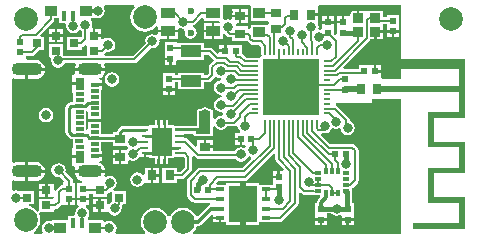
<source format=gtl>
G04 Layer_Physical_Order=1*
G04 Layer_Color=255*
%FSLAX44Y44*%
%MOMM*%
G71*
G01*
G75*
%ADD10R,0.6000X0.6000*%
%ADD11R,0.8000X0.7000*%
%ADD12R,4.7000X4.7000*%
%ADD13O,0.2000X0.6500*%
%ADD14O,0.6500X0.2000*%
%ADD15R,0.8000X0.3000*%
%ADD16R,2.4000X3.1000*%
%ADD17R,0.9906X0.8890*%
%ADD18R,0.4064X0.8128*%
%ADD19R,1.2500X0.9000*%
%ADD20R,0.6000X0.6000*%
%ADD21R,1.0000X0.9000*%
%ADD22R,0.9500X0.8500*%
%ADD23R,1.8000X1.0000*%
%ADD24R,0.8040X0.8112*%
%ADD25R,0.8112X0.8040*%
%ADD26R,0.9000X0.8000*%
%ADD27R,0.8000X0.9000*%
%ADD28R,0.2500X0.5000*%
%ADD29R,1.6510X2.3876*%
%ADD30R,0.6100X0.2500*%
%ADD31R,1.6000X0.8470*%
%ADD32C,0.4001*%
%ADD33R,0.6995X0.3002*%
%ADD34R,0.7003X0.3002*%
%ADD35R,0.7000X0.3002*%
%ADD36R,0.6998X0.3002*%
%ADD37R,0.7000X1.0000*%
%ADD38R,0.7000X0.3000*%
%ADD39R,0.7000X0.2997*%
%ADD40R,0.7000X0.3005*%
%ADD41R,0.3000X0.6000*%
%ADD42R,0.6000X0.3000*%
%ADD43C,0.2000*%
%ADD44C,0.2500*%
%ADD45C,0.4000*%
%ADD46C,0.3000*%
%ADD47C,0.1800*%
%ADD48C,0.5080*%
%ADD49C,2.0000*%
%ADD50C,0.6000*%
%ADD51O,2.5989X1.1000*%
%ADD52O,2.1000X1.1000*%
%ADD53O,2.0989X1.1000*%
%ADD54C,0.8000*%
G36*
X332750Y3309D02*
X157325D01*
X156953Y4404D01*
X156860Y5009D01*
X158732Y7448D01*
X159761Y9931D01*
X160500D01*
X161866Y10203D01*
X163023Y10977D01*
X171974Y19927D01*
X173674Y19223D01*
Y17866D01*
X179674D01*
Y16866D01*
X180674D01*
Y13366D01*
X184827D01*
Y11558D01*
X196327D01*
Y29058D01*
Y46558D01*
X184827D01*
Y44750D01*
X176952D01*
X176301Y46321D01*
X178422Y48441D01*
X200306D01*
X200306Y48441D01*
X201477Y48674D01*
X202469Y49337D01*
X224847Y71715D01*
X226417Y71064D01*
Y66830D01*
X226417Y66830D01*
X226650Y65659D01*
X227313Y64667D01*
X233280Y58700D01*
X232576Y57000D01*
X230000D01*
Y52000D01*
X229000D01*
Y51000D01*
X224000D01*
Y46441D01*
X223979Y44750D01*
X212826D01*
Y46558D01*
X201327D01*
Y29058D01*
Y11558D01*
X212826D01*
Y13366D01*
X223979D01*
Y13807D01*
X230039D01*
X230039Y13807D01*
X231209Y14040D01*
X232202Y14703D01*
X245221Y27722D01*
X245884Y28715D01*
X246117Y29885D01*
X246117Y29885D01*
Y37836D01*
X247688Y38487D01*
X248337Y37837D01*
X248337Y37837D01*
X249329Y37174D01*
X250500Y36941D01*
X257439D01*
Y36500D01*
X263799D01*
X264503Y34800D01*
X262227Y32523D01*
X261453Y31366D01*
X261181Y30000D01*
Y29747D01*
X259750D01*
Y19747D01*
Y16748D01*
X264750D01*
X269750D01*
Y20922D01*
X273759D01*
X273924Y20674D01*
X275909Y19348D01*
X278250Y18882D01*
X280591Y19348D01*
X280800Y19488D01*
X282500Y18579D01*
Y16748D01*
X287500D01*
X292500D01*
Y19748D01*
Y29748D01*
X290859D01*
Y36500D01*
X291061D01*
Y42268D01*
X291913Y42837D01*
X295913Y46837D01*
X295913Y46837D01*
X296576Y47829D01*
X296809Y49000D01*
X296809Y49000D01*
Y74314D01*
X296576Y75484D01*
X295913Y76477D01*
X295913Y76477D01*
X293726Y78663D01*
X292734Y79326D01*
X291563Y79559D01*
X291563Y79559D01*
X272867D01*
X265056Y87371D01*
X265706Y88941D01*
X266731D01*
X268283Y88632D01*
X270624Y89098D01*
X272608Y90424D01*
X273696Y92053D01*
X275191Y93098D01*
X277533Y92633D01*
X279874Y93098D01*
X281655Y92244D01*
X281913Y90943D01*
X283239Y88958D01*
X285224Y87632D01*
X287565Y87166D01*
X289906Y87632D01*
X291891Y88958D01*
X293217Y90943D01*
X293683Y93284D01*
X293217Y95625D01*
X291891Y97610D01*
X289906Y98936D01*
X289476Y99021D01*
Y99765D01*
X289243Y100936D01*
X288580Y101928D01*
X288580Y101928D01*
X278595Y111913D01*
X277603Y112576D01*
X277850Y114260D01*
X308000D01*
Y117925D01*
X332750D01*
Y3309D01*
D02*
G37*
G36*
X205489Y196750D02*
Y183750D01*
X219408D01*
X219636Y183688D01*
X220936Y183138D01*
Y181362D01*
X219489Y180750D01*
Y180750D01*
X205489D01*
Y178156D01*
X203820Y177164D01*
X202988Y177651D01*
X202986Y177913D01*
Y179250D01*
X193258D01*
X192662Y180905D01*
X193586Y182250D01*
X195486D01*
Y187250D01*
X189986D01*
Y185854D01*
X188286Y184812D01*
X186560Y185156D01*
X184219Y184690D01*
X183700Y184343D01*
X182000Y185252D01*
Y197000D01*
X183621Y197191D01*
X203972D01*
X205489Y196750D01*
D02*
G37*
G36*
X332750Y134857D02*
X316490D01*
X315750Y136250D01*
Y140250D01*
X310750D01*
Y141250D01*
X309750D01*
Y146250D01*
X296750D01*
Y143216D01*
X284306D01*
X283655Y144787D01*
X305938Y167069D01*
X306579Y168029D01*
X306623Y168250D01*
X309998D01*
Y174500D01*
X310998D01*
Y175500D01*
X317747D01*
Y180941D01*
X321000D01*
Y176000D01*
X326000D01*
X331000D01*
Y179000D01*
Y189000D01*
X321000D01*
Y187059D01*
X317747D01*
Y192250D01*
X304947D01*
X304247Y192250D01*
Y192250D01*
X303247D01*
Y192250D01*
X297497D01*
Y186000D01*
X295497D01*
Y192250D01*
X289748D01*
Y189093D01*
X288500Y188000D01*
X284500D01*
Y183000D01*
X283500D01*
Y182000D01*
X278500D01*
Y178000D01*
Y172772D01*
X277041Y172149D01*
X275750Y173197D01*
Y178750D01*
X275750D01*
Y181750D01*
X265750D01*
Y177961D01*
X265574Y177628D01*
X264109Y176608D01*
X262764Y178230D01*
X262868Y178750D01*
X262410Y181050D01*
X262268Y181859D01*
X262745Y182750D01*
X262745D01*
Y188250D01*
X256744D01*
Y190250D01*
X262745D01*
Y195750D01*
X262745D01*
X263369Y197191D01*
X332750D01*
Y134857D01*
D02*
G37*
G36*
X171250Y88250D02*
X159000D01*
Y90250D01*
Y90500D01*
X141000D01*
Y93000D01*
X162000D01*
Y107500D01*
X171250D01*
Y88250D01*
D02*
G37*
G36*
X192964Y94916D02*
X194617Y94074D01*
X194848Y92909D01*
X196174Y90924D01*
X196514Y90697D01*
X195998Y88997D01*
X192000D01*
Y84997D01*
X197000D01*
Y83997D01*
X198000D01*
Y78997D01*
X200185D01*
X201271Y77355D01*
X199591Y76652D01*
X197250Y77118D01*
X194909Y76652D01*
X192924Y75326D01*
X191744Y73559D01*
X173250D01*
Y76500D01*
X166750D01*
Y77500D01*
X165750D01*
Y83500D01*
X160250D01*
Y77804D01*
X158680Y77154D01*
X151969Y83864D01*
X150977Y84527D01*
X149806Y84760D01*
X149292Y85701D01*
X144000D01*
Y87701D01*
X149050D01*
Y88461D01*
X156961D01*
Y88250D01*
X157116Y87470D01*
X157558Y86808D01*
X158220Y86366D01*
X159000Y86211D01*
X171250D01*
X172030Y86366D01*
X172231Y86500D01*
X173250D01*
Y88054D01*
X173289Y88250D01*
Y94058D01*
X174989Y94573D01*
X175734Y93458D01*
X177719Y92132D01*
X180060Y91666D01*
X182401Y92132D01*
X184386Y93458D01*
X185232Y94725D01*
X191709D01*
X191710Y94725D01*
X192717Y94926D01*
X192964Y94916D01*
D02*
G37*
G36*
X387218Y101797D02*
X360972D01*
Y81477D01*
X387218D01*
Y55231D01*
X360972D01*
Y34911D01*
X387218D01*
Y7817D01*
X343192D01*
Y12897D01*
X382138D01*
Y29831D01*
X355892D01*
Y59465D01*
X382138D01*
Y77245D01*
X355892D01*
Y106877D01*
X382138D01*
Y123811D01*
X319484D01*
Y128891D01*
X382138D01*
Y143285D01*
X335120D01*
Y151751D01*
X387218D01*
Y101797D01*
D02*
G37*
G36*
X107015Y196096D02*
X107108Y195491D01*
X105236Y193052D01*
X104027Y190133D01*
X103615Y187000D01*
X104027Y183867D01*
X105236Y180948D01*
X107160Y178442D01*
X109666Y176518D01*
X112585Y175309D01*
X115718Y174896D01*
X118851Y175309D01*
X121770Y176518D01*
X124277Y178442D01*
X125300Y179775D01*
X127000Y179198D01*
Y176500D01*
X143500D01*
Y177330D01*
X145200Y178239D01*
X146159Y177598D01*
X148500Y177132D01*
X148540Y177141D01*
X149084Y176623D01*
X149729Y175644D01*
X149402Y174000D01*
X149790Y172049D01*
X150895Y170395D01*
X152549Y169290D01*
X154500Y168902D01*
X156451Y169290D01*
X158105Y170395D01*
X159210Y172049D01*
X159598Y174000D01*
X159210Y175951D01*
X158105Y177605D01*
X156686Y178553D01*
X156746Y179671D01*
X156932Y180277D01*
X157670Y180424D01*
X158663Y181087D01*
X163800Y186224D01*
X165500Y185520D01*
Y184000D01*
X178973D01*
X179936Y182300D01*
X179757Y182000D01*
X174750D01*
Y175500D01*
Y169000D01*
X182000D01*
Y172824D01*
X182035Y172847D01*
X183734Y173019D01*
X184397Y172027D01*
X185337Y171087D01*
X186329Y170424D01*
X187500Y170191D01*
X189986D01*
Y167250D01*
X202360D01*
X202826Y166551D01*
X204791Y164587D01*
X205783Y163924D01*
X206954Y163691D01*
X212483D01*
X214417Y161757D01*
Y155750D01*
X214576Y154950D01*
X213976Y153250D01*
X212276Y152650D01*
X211476Y152809D01*
X201737D01*
X198883Y155663D01*
X198000Y156253D01*
Y163750D01*
X185000D01*
Y158750D01*
X184000D01*
Y157750D01*
X179000D01*
Y156980D01*
X177300Y156276D01*
X173163Y160413D01*
X172171Y161076D01*
X171000Y161309D01*
X171000Y161309D01*
X165750D01*
Y165250D01*
X143750D01*
X143750Y165250D01*
X142498Y165748D01*
Y165748D01*
X142256Y165748D01*
X132498D01*
Y155748D01*
Y152747D01*
X137498D01*
Y151748D01*
X138497D01*
Y146748D01*
X142498D01*
Y150170D01*
X143750Y151250D01*
X165750D01*
Y155191D01*
X169733D01*
X174299Y150625D01*
X170897Y147223D01*
X170234Y146230D01*
X170001Y145060D01*
X170001Y145060D01*
Y139827D01*
X168233Y138059D01*
X165750D01*
Y140250D01*
X143750D01*
Y138059D01*
X141497D01*
Y140000D01*
X131497D01*
Y130000D01*
Y127000D01*
X136497D01*
X141497D01*
Y131941D01*
X143750D01*
Y126250D01*
X165750D01*
Y131941D01*
X169500D01*
X169500Y131941D01*
X170670Y132174D01*
X171663Y132837D01*
X175223Y136397D01*
X176555Y136662D01*
X177719Y135884D01*
X180060Y135419D01*
X180652Y134512D01*
X180060Y133617D01*
X177719Y133152D01*
X175734Y131826D01*
X174408Y129841D01*
X173943Y127500D01*
X174408Y125159D01*
X175734Y123174D01*
X177719Y121848D01*
X180060Y121383D01*
X180834Y120313D01*
X180060Y119152D01*
X177719Y118687D01*
X175734Y117360D01*
X174408Y115376D01*
X173943Y113035D01*
X174042Y112535D01*
X173976Y112203D01*
Y112035D01*
X174209Y110864D01*
X174872Y109872D01*
X175026Y109769D01*
X175734Y108709D01*
X177719Y107383D01*
X180060Y106917D01*
X181010Y107106D01*
X182331Y105899D01*
X182232Y104864D01*
X180746Y103765D01*
X180060Y103902D01*
X177719Y103436D01*
X175734Y102110D01*
X174989Y100995D01*
X173289Y101510D01*
Y107500D01*
X173134Y108280D01*
X172692Y108942D01*
X172030Y109384D01*
X171250Y109539D01*
X170493D01*
X169151Y110436D01*
X166809Y110902D01*
X164468Y110436D01*
X163126Y109539D01*
X162000D01*
X161220Y109384D01*
X160558Y108942D01*
X160116Y108280D01*
X159961Y107500D01*
Y95039D01*
X141000D01*
X140255Y95639D01*
Y95639D01*
X135750D01*
Y100451D01*
X133500D01*
Y95951D01*
X131500D01*
Y100451D01*
X128500D01*
Y95951D01*
X126500D01*
Y100451D01*
X124250D01*
Y95639D01*
X119745D01*
Y94951D01*
X116320D01*
X116000Y95015D01*
X97201D01*
X95933Y94763D01*
X94858Y94045D01*
X92660Y91846D01*
X91941Y90771D01*
X91788Y90000D01*
X88503D01*
Y87795D01*
X78997D01*
Y91253D01*
X79013D01*
Y98256D01*
X68012D01*
Y93252D01*
X67997D01*
Y93148D01*
X66297Y91982D01*
X66000Y92097D01*
Y93745D01*
X66015D01*
Y100750D01*
X66005D01*
Y107376D01*
X66061Y107486D01*
X66076Y107504D01*
X66300Y107602D01*
X68000Y106492D01*
Y101253D01*
X79000D01*
Y106313D01*
X79010D01*
Y113315D01*
X78977D01*
Y116277D01*
X79008D01*
Y121269D01*
X79010D01*
Y125775D01*
X79525D01*
Y128526D01*
X73525D01*
Y131026D01*
X79525D01*
Y133777D01*
X77569D01*
X77231Y135477D01*
X78422Y135971D01*
X80093Y137253D01*
X81376Y138924D01*
X82182Y140870D01*
X82292Y141708D01*
X69387D01*
X56483D01*
X56593Y140870D01*
X56970Y139960D01*
X55842Y138260D01*
X54487D01*
Y132010D01*
X60487D01*
Y129510D01*
X54487D01*
Y123260D01*
X55018D01*
Y120722D01*
X55002D01*
Y115695D01*
X54977D01*
Y115507D01*
X53694D01*
X52426Y115255D01*
X51351Y114537D01*
X49407Y112593D01*
X48689Y111518D01*
X48436Y110250D01*
Y90000D01*
X48689Y88732D01*
X49407Y87657D01*
X52143Y84921D01*
X53218Y84202D01*
X54486Y83950D01*
X54964D01*
Y78739D01*
X54997D01*
Y76261D01*
X54487D01*
Y70011D01*
X60487D01*
Y67511D01*
X54487D01*
Y61261D01*
X55845D01*
X56976Y59561D01*
X56602Y58657D01*
X56491Y57818D01*
X69390D01*
X82289D01*
X82179Y58657D01*
X81372Y60603D01*
X80090Y62274D01*
X78419Y63556D01*
X77197Y64062D01*
X77535Y65762D01*
X79487D01*
Y68513D01*
X73487D01*
Y71013D01*
X79487D01*
Y73765D01*
X78995D01*
Y78296D01*
X78962D01*
Y81168D01*
X88503D01*
Y78000D01*
X101009D01*
X101304Y76300D01*
X100147Y75000D01*
X96003D01*
Y69000D01*
Y63000D01*
X101503D01*
Y65389D01*
X103002Y66191D01*
X103465Y65881D01*
X105806Y65415D01*
X108147Y65881D01*
X110132Y67207D01*
X110964Y68451D01*
X115000D01*
Y71701D01*
X117000D01*
Y68451D01*
X119745D01*
Y67763D01*
X124250D01*
Y62951D01*
X126500D01*
Y67451D01*
X128500D01*
Y62951D01*
X131500D01*
Y67451D01*
X133500D01*
Y62951D01*
X135750D01*
Y67763D01*
X140255D01*
Y68451D01*
X148723D01*
X149691Y67483D01*
Y59941D01*
X145962Y56212D01*
X142750D01*
Y59653D01*
X130750D01*
Y46653D01*
X142750D01*
Y50094D01*
X147228D01*
X147229Y50094D01*
X148399Y50327D01*
X149391Y50990D01*
X154913Y56511D01*
X154913Y56511D01*
X155576Y57504D01*
X155809Y58674D01*
X155809Y58674D01*
Y68750D01*
X155809Y68750D01*
X155754Y69023D01*
X157321Y69861D01*
X158845Y68337D01*
X158845Y68337D01*
X159837Y67674D01*
X161008Y67441D01*
X161008Y67441D01*
X192412D01*
X192924Y66674D01*
X194909Y65348D01*
X197250Y64882D01*
X199591Y65348D01*
X201576Y66674D01*
X202902Y68659D01*
X204052Y69161D01*
X205341Y68552D01*
X205677Y66853D01*
X198385Y59561D01*
X162359D01*
X162359Y59561D01*
X161188Y59328D01*
X160196Y58665D01*
X152419Y50889D01*
X151756Y49897D01*
X151523Y48726D01*
X151523Y48726D01*
Y36467D01*
X151523Y36467D01*
X151756Y35296D01*
X152419Y34304D01*
X155764Y30959D01*
X155764Y30959D01*
X156756Y30296D01*
X157927Y30063D01*
X170824D01*
X170992Y28363D01*
X170628Y28291D01*
X169471Y27517D01*
X160626Y18673D01*
X158959Y19004D01*
X158732Y19552D01*
X156809Y22058D01*
X154302Y23982D01*
X151383Y25191D01*
X148250Y25604D01*
X145117Y25191D01*
X142198Y23982D01*
X139691Y22058D01*
X137768Y19552D01*
X137295Y18410D01*
X135455D01*
X134982Y19552D01*
X133059Y22058D01*
X130552Y23982D01*
X127633Y25191D01*
X124500Y25604D01*
X121367Y25191D01*
X118448Y23982D01*
X115941Y22058D01*
X114018Y19552D01*
X112809Y16633D01*
X112396Y13500D01*
X112809Y10367D01*
X114018Y7448D01*
X115890Y5009D01*
X115797Y4404D01*
X115425Y3309D01*
X91542D01*
X90633Y5009D01*
X91402Y6159D01*
X91868Y8500D01*
X91402Y10841D01*
X90076Y12826D01*
X88091Y14152D01*
X85750Y14618D01*
X83409Y14152D01*
X82403Y13480D01*
X80703Y14389D01*
Y15195D01*
X68081D01*
X67651Y15841D01*
X67330Y16895D01*
X68466Y18595D01*
X68931Y20936D01*
X68466Y23277D01*
X67140Y25262D01*
X65590Y26297D01*
X66106Y27997D01*
X68761D01*
Y31997D01*
X63761D01*
X58761D01*
Y27997D01*
X59522D01*
X60038Y26297D01*
X58488Y25262D01*
X57162Y23277D01*
X56696Y20936D01*
X56844Y20192D01*
X55766Y18878D01*
X50654D01*
Y15195D01*
X36797D01*
Y15195D01*
X36028Y14564D01*
X34500Y14868D01*
X32159Y14402D01*
X30174Y13076D01*
X28848Y11091D01*
X28382Y8750D01*
X28848Y6409D01*
X29784Y5009D01*
X29017Y3309D01*
X22064D01*
X21850Y3719D01*
X21616Y5009D01*
X23808Y6691D01*
X25732Y9198D01*
X26941Y12117D01*
X27353Y15250D01*
X26941Y18383D01*
X25950Y20776D01*
X26912Y22115D01*
X27104Y22248D01*
X27850Y22248D01*
X38500D01*
Y24167D01*
X39998Y24689D01*
X41168Y24922D01*
X42161Y25585D01*
X45059Y28483D01*
X45253Y28466D01*
X46759Y27998D01*
Y27998D01*
X50759D01*
Y32998D01*
X51759D01*
Y33998D01*
X56759D01*
Y36998D01*
Y46998D01*
X55307D01*
X54809Y48500D01*
X54576Y49670D01*
X53913Y50663D01*
X53913Y50663D01*
X48570Y56006D01*
X48867Y57500D01*
X48401Y59841D01*
X47075Y61826D01*
X45091Y63152D01*
X42750Y63618D01*
X40409Y63152D01*
X38424Y61826D01*
X37098Y59841D01*
X36632Y57500D01*
X37098Y55159D01*
X38424Y53175D01*
X40409Y51849D01*
X42750Y51383D01*
X44244Y51680D01*
X47227Y48698D01*
X46759Y46998D01*
D01*
X46247Y45509D01*
X45998Y45056D01*
X44827Y44823D01*
X43835Y44160D01*
X40837Y41163D01*
X40174Y40171D01*
X38500Y40469D01*
Y46247D01*
X33500D01*
Y40747D01*
Y35247D01*
X38241D01*
X38500Y35247D01*
X38669Y35174D01*
Y34878D01*
X37000Y33248D01*
X26500D01*
Y23725D01*
X26500Y23093D01*
X24800Y22516D01*
X23808Y23809D01*
X21302Y25732D01*
X18383Y26941D01*
X17574Y27048D01*
X17686Y28747D01*
X22000D01*
Y39748D01*
X10000D01*
X10000Y39748D01*
X9371Y39882D01*
X9341Y39902D01*
X7000Y40367D01*
X5009Y39971D01*
X3309Y40889D01*
Y48302D01*
X5009Y49267D01*
X6198Y48774D01*
X8286Y48499D01*
X14531D01*
Y56568D01*
Y64637D01*
X8286D01*
X6198Y64362D01*
X5009Y63870D01*
X3309Y64834D01*
Y134693D01*
X5009Y135657D01*
X6198Y135164D01*
X8286Y134889D01*
X14531D01*
Y142958D01*
X15781D01*
Y144208D01*
X31180D01*
X31069Y145047D01*
X30263Y146993D01*
X28981Y148664D01*
X27310Y149946D01*
X25364Y150753D01*
X23275Y151028D01*
X16607D01*
X15460Y152252D01*
Y154194D01*
X20002D01*
X20002Y154194D01*
X21173Y154426D01*
X22165Y155090D01*
X26376Y159300D01*
X26376Y159300D01*
X26511Y159502D01*
X30213D01*
Y170502D01*
X28049D01*
X27399Y172073D01*
X33497Y178171D01*
X34713Y176983D01*
X34713Y175310D01*
Y172502D01*
X39713D01*
Y177002D01*
X36413D01*
X34732Y177002D01*
X33544Y178218D01*
X38349Y183023D01*
X38349Y183023D01*
X39012Y184016D01*
X39245Y185186D01*
Y186119D01*
X43090D01*
Y182436D01*
X47940D01*
X49329Y180736D01*
X49132Y179750D01*
X49598Y177409D01*
X50924Y175424D01*
X52909Y174098D01*
X55250Y173633D01*
X57591Y174098D01*
X59447Y175338D01*
X60820Y176122D01*
X62194Y175254D01*
Y170502D01*
X50216D01*
Y159502D01*
X62216D01*
Y161986D01*
X63173Y162176D01*
X64165Y162840D01*
X65016Y163690D01*
X66716Y162986D01*
Y154517D01*
X47032D01*
X46826Y154826D01*
X46713Y154901D01*
Y164003D01*
X34713D01*
Y153003D01*
X35147D01*
X36542Y151303D01*
X36383Y150500D01*
X36848Y148159D01*
X38174Y146174D01*
X40159Y144848D01*
X42500Y144382D01*
X44841Y144848D01*
X46826Y146174D01*
X48152Y148159D01*
X48200Y148400D01*
X56585D01*
X57278Y146700D01*
X56593Y145047D01*
X56483Y144208D01*
X69387D01*
X82292D01*
X82182Y145047D01*
X81497Y146700D01*
X82190Y148400D01*
X106958D01*
X106959Y148400D01*
X108129Y148633D01*
X109121Y149296D01*
X120756Y160930D01*
X122250Y160632D01*
X124591Y161098D01*
X126576Y162424D01*
X127902Y164409D01*
X128368Y166750D01*
X128181Y167686D01*
X129260Y169000D01*
X134250D01*
Y174500D01*
X127000D01*
Y172837D01*
X125300Y171928D01*
X124591Y172402D01*
X122250Y172868D01*
X119909Y172402D01*
X117924Y171076D01*
X116598Y169091D01*
X116132Y166750D01*
X116430Y165256D01*
X105691Y154517D01*
X81743D01*
X81227Y156217D01*
X81410Y156340D01*
X83003Y157932D01*
X84497Y157635D01*
X86839Y158101D01*
X88823Y159427D01*
X90149Y161411D01*
X90615Y163753D01*
X90149Y166094D01*
X88823Y168078D01*
X86839Y169405D01*
X84497Y169870D01*
X82156Y169405D01*
X80416Y168241D01*
X79444Y168518D01*
X78716Y168959D01*
Y170502D01*
X72716D01*
Y171502D01*
X71716D01*
Y177510D01*
X71011Y178702D01*
X71371Y180509D01*
X70905Y182850D01*
X69857Y184419D01*
X70484Y186119D01*
X73139D01*
X73139Y186119D01*
Y186119D01*
X74839Y186363D01*
X75805Y186171D01*
X78146Y186637D01*
X80131Y187963D01*
X81457Y189947D01*
X81923Y192289D01*
X81457Y194630D01*
X80881Y195491D01*
X81790Y197191D01*
X106643D01*
X107015Y196096D01*
D02*
G37*
%LPC*%
G36*
X228000Y57000D02*
X224000D01*
Y53000D01*
X228000D01*
Y57000D01*
D02*
G37*
G36*
X292500Y14748D02*
X288500D01*
Y10748D01*
X292500D01*
Y14748D01*
D02*
G37*
G36*
X178674Y15866D02*
X173674D01*
Y13366D01*
X178674D01*
Y15866D01*
D02*
G37*
G36*
X263750Y14748D02*
X259750D01*
Y10748D01*
X263750D01*
Y14748D01*
D02*
G37*
G36*
X269750D02*
X265750D01*
Y10748D01*
X269750D01*
Y14748D01*
D02*
G37*
G36*
X286500D02*
X282500D01*
Y10748D01*
X286500D01*
Y14748D01*
D02*
G37*
G36*
X195486Y194250D02*
X189986D01*
Y189250D01*
X195486D01*
Y194250D01*
D02*
G37*
G36*
X202986D02*
X197486D01*
Y189250D01*
X202986D01*
Y194250D01*
D02*
G37*
G36*
Y187250D02*
X197486D01*
Y182250D01*
X202986D01*
Y187250D01*
D02*
G37*
G36*
X325000Y174000D02*
X321000D01*
Y170000D01*
X325000D01*
Y174000D01*
D02*
G37*
G36*
X331000D02*
X327000D01*
Y170000D01*
X331000D01*
Y174000D01*
D02*
G37*
G36*
X282500Y188000D02*
X278500D01*
Y184000D01*
X282500D01*
Y188000D01*
D02*
G37*
G36*
X269750Y187750D02*
X265750D01*
Y183750D01*
X269750D01*
Y187750D01*
D02*
G37*
G36*
X275750D02*
X271750D01*
Y183750D01*
X275750D01*
Y187750D01*
D02*
G37*
G36*
X315750Y146250D02*
X311750D01*
Y142250D01*
X315750D01*
Y146250D01*
D02*
G37*
G36*
X317747Y173500D02*
X311998D01*
Y168250D01*
X317747D01*
Y173500D01*
D02*
G37*
G36*
X196000Y82997D02*
X192000D01*
Y78997D01*
X196000D01*
Y82997D01*
D02*
G37*
G36*
X173250Y83500D02*
X167750D01*
Y78500D01*
X173250D01*
Y83500D01*
D02*
G37*
G36*
X127750Y59653D02*
X122750D01*
Y54153D01*
X127750D01*
Y59653D01*
D02*
G37*
G36*
X120750D02*
X115750D01*
Y54006D01*
X114050Y53490D01*
X113826Y53826D01*
X111841Y55152D01*
X109500Y55617D01*
X107159Y55152D01*
X105174Y53826D01*
X103848Y51841D01*
X103383Y49500D01*
X103848Y47159D01*
X105174Y45174D01*
X107159Y43848D01*
X109500Y43382D01*
X111841Y43848D01*
X113826Y45174D01*
X114342Y45947D01*
X115750Y46653D01*
X116703Y46653D01*
X120750D01*
Y53153D01*
Y59653D01*
D02*
G37*
G36*
X31180Y55318D02*
X17031D01*
Y48499D01*
X23275D01*
X25364Y48774D01*
X27310Y49580D01*
X28981Y50862D01*
X30263Y52533D01*
X31069Y54480D01*
X31180Y55318D01*
D02*
G37*
G36*
X23275Y64637D02*
X17031D01*
Y57818D01*
X31180D01*
X31069Y58657D01*
X30263Y60603D01*
X28981Y62274D01*
X27310Y63556D01*
X25364Y64362D01*
X23275Y64637D01*
D02*
G37*
G36*
X94003Y68000D02*
X88503D01*
Y63000D01*
X94003D01*
Y68000D01*
D02*
G37*
G36*
Y75000D02*
X88503D01*
Y70000D01*
X94003D01*
Y75000D01*
D02*
G37*
G36*
X76513Y26747D02*
X71513D01*
Y22247D01*
X76513D01*
Y26747D01*
D02*
G37*
G36*
X31500Y39747D02*
X26500D01*
Y35247D01*
X31500D01*
Y39747D01*
D02*
G37*
G36*
Y46247D02*
X26500D01*
Y41747D01*
X31500D01*
Y46247D01*
D02*
G37*
G36*
X127750Y52153D02*
X122750D01*
Y46653D01*
X127750D01*
Y52153D01*
D02*
G37*
G36*
X56759Y31998D02*
X52759D01*
Y27998D01*
X56759D01*
Y31998D01*
D02*
G37*
G36*
X82289Y55318D02*
X69390D01*
X56491D01*
X56602Y54480D01*
X57408Y52533D01*
X58690Y50862D01*
X60361Y49580D01*
X62307Y48774D01*
X62888Y48698D01*
X62776Y46998D01*
X58761D01*
Y36998D01*
Y33997D01*
X63761D01*
X68761D01*
Y37689D01*
X71513D01*
Y35247D01*
X83513D01*
Y37741D01*
X84418Y37922D01*
X85410Y38584D01*
X86314Y39488D01*
X88014Y38784D01*
Y30934D01*
X87922Y30916D01*
X85938Y29589D01*
X85213Y28505D01*
X83513Y29021D01*
Y33247D01*
X78513D01*
Y27747D01*
Y22247D01*
X83145D01*
X83513Y22247D01*
X85156Y22108D01*
X85938Y20938D01*
X87922Y19612D01*
X90264Y19146D01*
X92605Y19612D01*
X94589Y20938D01*
X95915Y22922D01*
X96381Y25264D01*
X96084Y26758D01*
X96177Y26851D01*
X96177Y26851D01*
X96840Y27843D01*
X97019Y28747D01*
X100014D01*
Y39747D01*
X89379D01*
X88863Y41447D01*
X90326Y42424D01*
X91652Y44409D01*
X92118Y46750D01*
X91652Y49091D01*
X90326Y51076D01*
X88341Y52402D01*
X86000Y52867D01*
X83659Y52402D01*
X82966Y51939D01*
X81593Y53066D01*
X82179Y54480D01*
X82289Y55318D01*
D02*
G37*
G36*
X76513Y33247D02*
X71513D01*
Y28747D01*
X76513D01*
Y33247D01*
D02*
G37*
G36*
X41713Y177002D02*
Y172502D01*
X46713D01*
Y177002D01*
X41713D01*
D02*
G37*
G36*
X78716D02*
X73716D01*
Y172502D01*
X78716D01*
Y177002D01*
D02*
G37*
G36*
X172750Y182000D02*
X165500D01*
Y176500D01*
X172750D01*
Y182000D01*
D02*
G37*
G36*
Y174500D02*
X165500D01*
Y169000D01*
X172750D01*
Y174500D01*
D02*
G37*
G36*
X88004Y140624D02*
X85663Y140158D01*
X83679Y138832D01*
X82352Y136848D01*
X81887Y134507D01*
X82352Y132165D01*
X83679Y130181D01*
X85663Y128855D01*
X88004Y128389D01*
X90345Y128855D01*
X92330Y130181D01*
X93656Y132165D01*
X94122Y134507D01*
X93656Y136848D01*
X92330Y138832D01*
X90345Y140158D01*
X88004Y140624D01*
D02*
G37*
G36*
X31180Y141709D02*
X17031D01*
Y134889D01*
X23275D01*
X25364Y135164D01*
X27310Y135971D01*
X28981Y137253D01*
X30263Y138924D01*
X31069Y140870D01*
X31180Y141709D01*
D02*
G37*
G36*
X32250Y110367D02*
X29909Y109902D01*
X27924Y108576D01*
X26598Y106591D01*
X26133Y104250D01*
X26598Y101909D01*
X27924Y99924D01*
X29909Y98598D01*
X32250Y98132D01*
X34591Y98598D01*
X36576Y99924D01*
X37902Y101909D01*
X38368Y104250D01*
X37902Y106591D01*
X36576Y108576D01*
X34591Y109902D01*
X32250Y110367D01*
D02*
G37*
G36*
X135497Y125000D02*
X131497D01*
Y121000D01*
X135497D01*
Y125000D01*
D02*
G37*
G36*
X141497D02*
X137497D01*
Y121000D01*
X141497D01*
Y125000D01*
D02*
G37*
G36*
X46713Y170502D02*
X41713D01*
Y166002D01*
X46713D01*
Y170502D01*
D02*
G37*
G36*
X143500Y174500D02*
X136250D01*
Y169000D01*
X143500D01*
Y174500D01*
D02*
G37*
G36*
X136497Y150748D02*
X132498D01*
Y146748D01*
X136497D01*
Y150748D01*
D02*
G37*
G36*
X183000Y163750D02*
X179000D01*
Y159750D01*
X183000D01*
Y163750D01*
D02*
G37*
G36*
X39713Y170502D02*
X34713D01*
Y166002D01*
X39713D01*
Y170502D01*
D02*
G37*
%LPD*%
D10*
X10460Y166253D02*
D03*
Y157252D02*
D03*
X264750Y15747D02*
D03*
Y24747D02*
D03*
X229000Y52000D02*
D03*
Y43000D02*
D03*
X285228Y134500D02*
D03*
Y125500D02*
D03*
X326000Y175000D02*
D03*
Y184000D02*
D03*
X283500Y183000D02*
D03*
Y174000D02*
D03*
X270750Y182750D02*
D03*
X270750Y173750D02*
D03*
X137498Y151748D02*
D03*
Y160748D02*
D03*
X287500Y15747D02*
D03*
Y24748D02*
D03*
X136497Y126000D02*
D03*
Y135000D02*
D03*
X51759Y32998D02*
D03*
Y41998D02*
D03*
X63761Y32997D02*
D03*
Y41998D02*
D03*
D11*
X72716Y158503D02*
D03*
Y171502D02*
D03*
X56216Y165002D02*
D03*
X40713Y158503D02*
D03*
Y171502D02*
D03*
X24213Y165002D02*
D03*
X32500Y27748D02*
D03*
Y40747D02*
D03*
X16000Y34248D02*
D03*
X77513Y40747D02*
D03*
Y27747D02*
D03*
X94014Y34247D02*
D03*
D12*
X239476Y127750D02*
D03*
D13*
X217476Y158000D02*
D03*
X221476D02*
D03*
X225476D02*
D03*
X229476D02*
D03*
X233476D02*
D03*
X237476D02*
D03*
X241476D02*
D03*
X245476D02*
D03*
X249476D02*
D03*
X253476D02*
D03*
X257476D02*
D03*
X261476D02*
D03*
Y97500D02*
D03*
X257476D02*
D03*
X253476D02*
D03*
X249476D02*
D03*
X245476D02*
D03*
X241476D02*
D03*
X237476D02*
D03*
X233476D02*
D03*
X229476D02*
D03*
X225476D02*
D03*
X221476D02*
D03*
X217476D02*
D03*
D14*
X269726Y149750D02*
D03*
Y145750D02*
D03*
Y141750D02*
D03*
Y137750D02*
D03*
Y133750D02*
D03*
Y129750D02*
D03*
Y125750D02*
D03*
Y121750D02*
D03*
Y117750D02*
D03*
Y113750D02*
D03*
Y109750D02*
D03*
Y105750D02*
D03*
X209226D02*
D03*
Y109750D02*
D03*
Y113750D02*
D03*
Y117750D02*
D03*
Y121750D02*
D03*
Y125750D02*
D03*
Y129750D02*
D03*
Y133750D02*
D03*
Y137750D02*
D03*
Y141750D02*
D03*
Y145750D02*
D03*
Y149750D02*
D03*
D15*
X179674Y41250D02*
D03*
Y33122D02*
D03*
Y24994D02*
D03*
Y16866D02*
D03*
X217980D02*
D03*
Y24994D02*
D03*
Y33122D02*
D03*
Y41250D02*
D03*
D16*
X198827Y29058D02*
D03*
D17*
X73750Y8750D02*
D03*
X43750D02*
D03*
X66186Y192564D02*
D03*
X36186D02*
D03*
D18*
X54686Y12814D02*
D03*
X62814D02*
D03*
X47122Y188500D02*
D03*
X55250D02*
D03*
D19*
X135250Y190500D02*
D03*
X173750D02*
D03*
X135250Y175500D02*
D03*
X173750D02*
D03*
D20*
X197000Y83997D02*
D03*
X206000D02*
D03*
X301750Y141250D02*
D03*
X310750D02*
D03*
X184000Y158750D02*
D03*
X193000D02*
D03*
X276750Y71000D02*
D03*
X285750D02*
D03*
X169082Y40502D02*
D03*
X160082D02*
D03*
D21*
X212489Y174250D02*
D03*
Y190250D02*
D03*
D22*
X310997Y174500D02*
D03*
Y186000D02*
D03*
X296497D02*
D03*
Y174500D02*
D03*
D23*
X154750Y133250D02*
D03*
Y158250D02*
D03*
D24*
X312168Y126500D02*
D03*
X298794D02*
D03*
D25*
X226992Y190687D02*
D03*
Y177313D02*
D03*
D26*
X166750Y77500D02*
D03*
Y92500D02*
D03*
X196486Y188250D02*
D03*
Y173250D02*
D03*
X95003Y69000D02*
D03*
Y84000D02*
D03*
D27*
X256744Y189250D02*
D03*
X241744D02*
D03*
X121750Y53153D02*
D03*
X136750D02*
D03*
D28*
X127500Y67451D02*
D03*
X132500D02*
D03*
Y95951D02*
D03*
X127500D02*
D03*
D29*
X130000Y81701D02*
D03*
D30*
X144000Y91701D02*
D03*
Y86701D02*
D03*
Y81701D02*
D03*
Y76701D02*
D03*
Y71701D02*
D03*
X116000D02*
D03*
Y76701D02*
D03*
Y81701D02*
D03*
Y86701D02*
D03*
Y91701D02*
D03*
D31*
X327620Y147520D02*
D03*
D32*
X321551Y126350D02*
D03*
D33*
X60475Y112194D02*
D03*
D34*
X60504Y117221D02*
D03*
Y107239D02*
D03*
D35*
X73500Y104754D02*
D03*
X73510Y109814D02*
D03*
X73487Y69763D02*
D03*
X73497Y89751D02*
D03*
X73492Y84760D02*
D03*
X73462Y79730D02*
D03*
X73495Y74795D02*
D03*
X73513Y94754D02*
D03*
X73525Y129776D02*
D03*
X60505Y102219D02*
D03*
X60497Y77279D02*
D03*
X73510Y124770D02*
D03*
X73477Y114749D02*
D03*
X73507Y119778D02*
D03*
D36*
X60517Y122207D02*
D03*
D37*
X60487Y130760D02*
D03*
Y68761D02*
D03*
D38*
X60500Y92251D02*
D03*
D39*
X60495Y87264D02*
D03*
X60465Y82237D02*
D03*
D40*
X60515Y97247D02*
D03*
D41*
X269250Y56771D02*
D03*
X274250D02*
D03*
X279250D02*
D03*
Y38229D02*
D03*
X274250D02*
D03*
X269250D02*
D03*
D42*
X286061Y55000D02*
D03*
Y50000D02*
D03*
Y45000D02*
D03*
Y40000D02*
D03*
X262439D02*
D03*
Y45000D02*
D03*
Y50000D02*
D03*
Y55000D02*
D03*
D43*
X241476Y129750D02*
X269726D01*
X229476Y137750D02*
Y158000D01*
X137498Y135000D02*
X169500D01*
X180060Y141500D02*
X191750D01*
X188642Y133750D02*
X209226D01*
X177035Y112203D02*
X190103D01*
X84750Y42250D02*
Y49250D01*
X154750Y158250D02*
X171000D01*
X211497Y189500D02*
X212685Y190687D01*
X161008Y70500D02*
X200250D01*
X282979Y125750D02*
X285228D01*
X226992Y178527D02*
X232128D01*
X176714Y152536D02*
X184616D01*
X171000Y158250D02*
X176714Y152536D01*
X173060Y138560D02*
Y145060D01*
X169500Y135000D02*
X173060Y138560D01*
X200471Y149750D02*
X209226D01*
X196721Y153500D02*
X200471Y149750D01*
X194000Y153500D02*
X196721D01*
X199650Y121750D02*
X209226D01*
X190103Y112203D02*
X199650Y121750D01*
X171000Y45345D02*
X177155Y51500D01*
X171000Y41250D02*
Y45345D01*
Y41250D02*
X179674D01*
X243058Y29885D02*
Y58905D01*
X230039Y16866D02*
X243058Y29885D01*
X233476Y68487D02*
X243058Y58905D01*
X229476Y66830D02*
X239058Y57248D01*
Y31542D02*
Y57248D01*
X232510Y24994D02*
X239058Y31542D01*
X293750Y49000D02*
Y74314D01*
X289750Y45000D02*
X293750Y49000D01*
X291563Y76500D02*
X293750Y74314D01*
X249476Y87311D02*
X274250Y62537D01*
X249476Y87311D02*
Y97500D01*
X274250Y56771D02*
Y62537D01*
X253476Y88968D02*
Y97500D01*
Y88968D02*
X271443Y71000D01*
X276750D01*
X271600Y76500D02*
X291563D01*
X257476Y90625D02*
X271600Y76500D01*
X257476Y90625D02*
Y97500D01*
X262648Y92000D02*
X267143D01*
X261476Y93172D02*
X262648Y92000D01*
X261476Y93172D02*
Y97500D01*
X269250Y56771D02*
Y61880D01*
X245476Y85654D02*
X269250Y61880D01*
X245476Y85654D02*
Y97500D01*
X217476Y89226D02*
Y97500D01*
X212247Y83997D02*
X217476Y89226D01*
X221476Y91524D02*
X221476Y91524D01*
Y78327D02*
Y91524D01*
X199652Y56502D02*
X221476Y78327D01*
X200306Y51500D02*
X225476Y76670D01*
X233476Y68487D02*
Y97500D01*
X237476Y70144D02*
X247058Y60561D01*
X241476Y71800D02*
X258277Y55000D01*
X156500Y183250D02*
X163750Y190500D01*
X148500Y183250D02*
X156500D01*
X141250Y190500D02*
X148500Y183250D01*
X138971Y190500D02*
X141250D01*
X163750D02*
X173750D01*
X55250Y188500D02*
X55250Y188500D01*
X55250Y179750D02*
Y188500D01*
X62002Y165002D02*
X65253Y168253D01*
Y180509D01*
X56216Y165002D02*
X62002D01*
X106959Y151459D02*
X122250Y166750D01*
X43458Y151459D02*
X106959D01*
X42500Y150500D02*
X43458Y151459D01*
X40713Y158503D02*
X42500Y156715D01*
Y150500D02*
Y156715D01*
X79247Y158503D02*
X84497Y163753D01*
X72716Y158503D02*
X79247D01*
X23250Y172250D02*
X36186Y185186D01*
X12000Y172250D02*
X23250D01*
X24213Y161463D02*
Y165002D01*
X20002Y157252D02*
X24213Y161463D01*
X10460Y157252D02*
X20002D01*
X173060Y145060D02*
X176536Y148536D01*
X182959D01*
X185996Y145500D01*
X193407D01*
X193809Y129750D02*
X209226D01*
X191559Y127500D02*
X193809Y129750D01*
X186900Y127500D02*
X191559D01*
X186900Y127500D02*
X186900Y127500D01*
X180060Y127500D02*
X186900D01*
X188500Y120500D02*
X190216D01*
X195466Y125750D02*
X209226D01*
X190216Y120500D02*
X195466Y125750D01*
X187652Y149500D02*
X195064D01*
X184616Y152536D02*
X187652Y149500D01*
X195500Y137750D02*
X209226D01*
X191750Y141500D02*
X195500Y137750D01*
X197157Y141750D02*
X209226D01*
X193407Y145500D02*
X197157Y141750D01*
X198814Y145750D02*
X209226D01*
X195064Y149500D02*
X198814Y145750D01*
X188810Y104784D02*
X201776Y117750D01*
X191710Y97784D02*
X196500Y102574D01*
X180060Y97784D02*
X191710D01*
X249000Y165750D02*
Y172358D01*
Y165750D02*
X253476Y161274D01*
Y158000D02*
Y161274D01*
X239000Y170749D02*
Y175500D01*
Y170749D02*
X241476Y168274D01*
Y158000D02*
Y168274D01*
X234518Y180917D02*
Y186018D01*
X232128Y178527D02*
X234518Y180917D01*
X236256Y187756D02*
X240250D01*
X234518Y186018D02*
X236256Y187756D01*
X256250Y167708D02*
Y178250D01*
X256750Y178750D01*
X232563Y167287D02*
X237476Y162374D01*
X225476Y158000D02*
Y175797D01*
X214489Y172250D02*
X219250D01*
X221476Y170024D01*
Y158000D02*
Y170024D01*
X213750Y166750D02*
X217476Y163024D01*
Y158000D02*
Y163024D01*
X256250Y167708D02*
X257476Y166482D01*
X263250Y170608D02*
X264235D01*
X257476Y158000D02*
Y166482D01*
X266124Y171751D02*
X268750D01*
X264608Y170235D02*
X266124Y171751D01*
X264235Y170608D02*
X264608Y170235D01*
X268750Y171751D02*
X270750Y173750D01*
X263750Y163250D02*
X270250D01*
X261476Y160976D02*
X263750Y163250D01*
X261476Y158000D02*
Y160976D01*
X204989Y168714D02*
Y171261D01*
X203000Y173250D02*
X204989Y171261D01*
X196486Y173250D02*
X203000D01*
X193000Y154500D02*
X194000Y153500D01*
X193000Y154500D02*
Y158750D01*
X196500Y105250D02*
X205000Y113750D01*
X196500Y102574D02*
Y105250D01*
X200500Y95250D02*
Y102500D01*
X36186Y185186D02*
Y192564D01*
X10460Y170710D02*
X12000Y172250D01*
X10460Y166253D02*
Y170710D01*
X43000Y30750D02*
Y39000D01*
X39998Y27748D02*
X43000Y30750D01*
X32500Y27748D02*
X39998D01*
X45998Y41998D02*
X51759D01*
X43000Y39000D02*
X45998Y41998D01*
X73750Y8750D02*
X74000Y8500D01*
X85750D01*
X106049Y81701D02*
X116000D01*
X105806Y71533D02*
X106783D01*
X105556D02*
X105806D01*
X106783D02*
X111951Y76701D01*
X116000D01*
X217980Y16866D02*
X230039D01*
X217980Y24994D02*
X232510D01*
X274250Y38229D02*
Y42750D01*
X272000Y45000D02*
X274250Y42750D01*
Y38229D02*
X279250D01*
X229476Y137750D02*
X233476Y133750D01*
X63760Y32998D02*
X63761Y32997D01*
X51759Y32998D02*
X63760D01*
X233476Y133750D02*
X239476Y127750D01*
X241476Y129750D01*
X311498Y175000D02*
X324000D01*
X310997Y174500D02*
X311498Y175000D01*
X269726Y129750D02*
X276250D01*
X281000Y134500D01*
X285228D01*
X168000Y7500D02*
Y12000D01*
X172866Y16866D02*
X179674D01*
X168000Y12000D02*
X172866Y16866D01*
X247058Y43442D02*
X250500Y40000D01*
X259189D01*
X258277Y55000D02*
X262439D01*
X83247Y40747D02*
X84750Y42250D01*
X77513Y40747D02*
X83247D01*
X63761Y41998D02*
X65011Y40747D01*
X77513D01*
X51750Y42006D02*
X51759Y41998D01*
X237476Y158000D02*
Y162374D01*
X153449Y160748D02*
X154750Y159447D01*
X137498Y160748D02*
X153449D01*
X312998Y184000D02*
X324000D01*
X310997Y186000D02*
X312998Y184000D01*
X269726Y137750D02*
X278236D01*
X269726Y125750D02*
X282479D01*
X269726D02*
X269726Y125750D01*
X282479Y125750D02*
X283229Y126500D01*
X212685Y190687D02*
X226992D01*
X210997Y174250D02*
X212489D01*
X214489Y172250D01*
X173750Y190500D02*
X177471D01*
X7000Y34250D02*
X7003Y34248D01*
X16000D01*
X62814Y12814D02*
Y20936D01*
X94014Y29014D02*
Y34247D01*
X149799Y71701D02*
X152750Y68750D01*
X144000Y71701D02*
X149799D01*
X136750Y53153D02*
X147229D01*
X197250Y71000D02*
X199750D01*
X200250Y70500D01*
X203750Y105750D02*
X209226D01*
X200500Y102500D02*
X203750Y105750D01*
X149806Y81701D02*
X161008Y70500D01*
X144000Y81701D02*
X149806D01*
X261476Y158000D02*
X261476Y158000D01*
X144000Y91701D02*
X144049Y91750D01*
X217980Y41250D02*
X227250D01*
X217980Y33122D02*
Y41250D01*
X264750Y24747D02*
X265003Y25000D01*
X187500Y173250D02*
X195245D01*
X186560Y174190D02*
Y179038D01*
Y174190D02*
X187500Y173250D01*
X206000Y83997D02*
X207750Y82247D01*
Y74500D02*
Y82247D01*
X154500Y158500D02*
X154750Y158250D01*
X286061Y45000D02*
X289750D01*
X276750Y66000D02*
Y71000D01*
Y66000D02*
X279250Y63500D01*
Y56771D02*
Y63500D01*
X269726Y105750D02*
X271976D01*
X227250Y41250D02*
X229000Y43000D01*
X247058Y43442D02*
Y60561D01*
X206000Y83997D02*
X212247D01*
X237476Y70144D02*
Y97500D01*
X229476Y66830D02*
Y97500D01*
X225476Y76670D02*
Y97500D01*
X221476Y91524D02*
Y97500D01*
X241476Y71800D02*
Y97500D01*
X147229Y53153D02*
X152750Y58674D01*
Y68750D01*
X268314Y93172D02*
Y93534D01*
X267143Y92000D02*
X268314Y93172D01*
X286417Y94432D02*
X287565Y93284D01*
X204989Y168714D02*
X206954Y166750D01*
X286417Y94432D02*
Y99765D01*
X269726Y109750D02*
X276432D01*
X271976Y105750D02*
X277533Y100193D01*
X276432Y109750D02*
X286417Y99765D01*
X277533Y98750D02*
Y100193D01*
X177035Y112035D02*
Y112203D01*
X201776Y117750D02*
X209226D01*
X205000Y113750D02*
X209226D01*
X262439Y45500D02*
Y50000D01*
X257500Y45000D02*
X262439D01*
X254750Y47750D02*
X257500Y45000D01*
X262439D02*
X272000D01*
X300500Y140000D02*
X301750Y141250D01*
X269726Y149750D02*
X273265D01*
X225476Y175797D02*
X226992Y177313D01*
Y178527D01*
X269726Y145750D02*
X274922D01*
X278236Y137750D02*
X280486Y140000D01*
X300500D01*
X274922Y145750D02*
X296497Y167325D01*
Y174500D01*
X206954Y166750D02*
X213750D01*
X273265Y149750D02*
X277250Y153735D01*
Y167250D01*
X275625Y168875D02*
X277250Y167250D01*
X270750Y173750D02*
X272375Y172125D01*
Y172125D02*
Y172125D01*
Y172125D02*
X275625Y168875D01*
X42750Y57500D02*
X51750Y48500D01*
Y42006D02*
Y48500D01*
X90264Y25264D02*
X94014Y29014D01*
X160457Y42127D02*
X160832Y42502D01*
X157927Y33122D02*
X179674D01*
X154582Y36467D02*
X157927Y33122D01*
X177155Y51500D02*
X200306D01*
X162359Y56502D02*
X199652D01*
X154582Y36467D02*
Y48726D01*
X162359Y56502D01*
D44*
X59987Y130761D02*
X60973Y129776D01*
X130000Y81701D02*
X135000Y76701D01*
X127500Y79201D02*
X130000Y81701D01*
X127500Y76500D02*
Y79201D01*
X59995Y87264D02*
X60273Y86986D01*
X66664D01*
X53694Y112194D02*
X65444D01*
X72992Y84759D02*
X73270Y84481D01*
X95003D01*
X116000Y86701D02*
X125000D01*
X125201Y74201D02*
X127500Y76500D01*
X116000Y71701D02*
X125201D01*
Y74201D01*
X135000Y76701D02*
X144000D01*
X125000Y86701D02*
X130000Y81701D01*
X95003Y84000D02*
Y84481D01*
Y89503D02*
X97201Y91701D01*
X116000D01*
X95003Y84481D02*
Y89503D01*
X68891Y84759D02*
X72992D01*
X66664Y86986D02*
X68891Y84759D01*
X67999Y114749D02*
X72977D01*
X65444Y112194D02*
X67999Y114749D01*
X51750Y90000D02*
Y110250D01*
X53694Y112194D01*
X51750Y90000D02*
X54486Y87264D01*
X59995D01*
X165951Y91701D02*
X166750Y92500D01*
D45*
X286061Y39500D02*
X286780D01*
X287122Y24874D02*
X287248Y25000D01*
X286000Y62750D02*
X286250Y62500D01*
X283500Y174000D02*
X295998D01*
X296497Y174500D01*
X286780Y39500D02*
X286780Y39500D01*
Y25467D02*
X287248Y25000D01*
X286780Y25467D02*
Y39500D01*
X278376Y24874D02*
X287122D01*
X265003Y25000D02*
X278250D01*
X278376Y24874D01*
X229000Y32437D02*
Y43000D01*
X285750Y71000D02*
X286000Y70750D01*
Y62750D02*
Y70750D01*
X160082Y40502D02*
X161082Y41502D01*
X163500Y47918D02*
Y49000D01*
X161082Y41502D02*
Y45500D01*
X163500Y47918D01*
D46*
X65436Y191564D02*
X67622Y193750D01*
X269250Y34500D02*
Y38229D01*
X264750Y30000D02*
X269250Y34500D01*
X69084Y192289D02*
X75805D01*
X67622Y193750D02*
X69084Y192289D01*
X109500Y49250D02*
Y49500D01*
X34500Y8750D02*
X43750D01*
X148250Y13500D02*
X160500D01*
X171994Y24994D01*
X179674D01*
X264750Y27750D02*
Y30000D01*
D47*
X305250Y186000D02*
X310997D01*
X303847Y184597D02*
X305250Y186000D01*
X303847Y169160D02*
Y184597D01*
X269726Y141750D02*
X276437D01*
X303847Y169160D01*
D48*
X312318Y126350D02*
X321551D01*
X312168Y126500D02*
X312318Y126350D01*
X285228Y125750D02*
X285478Y126000D01*
X296794D01*
D49*
X375250Y185250D02*
D03*
X15250Y15250D02*
D03*
X15250Y185250D02*
D03*
X148250Y13500D02*
D03*
X124500D02*
D03*
X115718Y187000D02*
D03*
X91968D02*
D03*
D50*
X154500Y174000D02*
D03*
Y192000D02*
D03*
D51*
X15781Y56568D02*
D03*
Y142958D02*
D03*
D52*
X69387D02*
D03*
D53*
X69390Y56568D02*
D03*
D54*
X286250Y62500D02*
D03*
X55250Y179750D02*
D03*
X65253Y180509D02*
D03*
X42500Y150500D02*
D03*
X84497Y163753D02*
D03*
X122250Y166750D02*
D03*
X180060Y141536D02*
D03*
Y127500D02*
D03*
Y113035D02*
D03*
X188642Y134500D02*
D03*
X188500Y120500D02*
D03*
X188810Y104784D02*
D03*
X249000Y172358D02*
D03*
X221476Y133750D02*
D03*
X233476Y145750D02*
D03*
X239000Y175500D02*
D03*
X232563Y167287D02*
D03*
X263250Y170608D02*
D03*
X256750Y178750D02*
D03*
X200500Y95250D02*
D03*
X85750Y8500D02*
D03*
X221476Y109750D02*
D03*
Y145750D02*
D03*
X245476Y109750D02*
D03*
X257476D02*
D03*
Y145750D02*
D03*
X245476D02*
D03*
X233476Y109750D02*
D03*
X245476Y133750D02*
D03*
X257476D02*
D03*
X233476D02*
D03*
X221476Y121750D02*
D03*
X245476D02*
D03*
X257476D02*
D03*
X233476D02*
D03*
X106049Y81701D02*
D03*
X105806Y71533D02*
D03*
X326750Y58750D02*
D03*
Y74749D02*
D03*
X311250Y101000D02*
D03*
X100000Y142250D02*
D03*
X129750Y78000D02*
D03*
X146250Y121250D02*
D03*
X115250Y132500D02*
D03*
X83500Y76250D02*
D03*
X85250Y95250D02*
D03*
Y104500D02*
D03*
X126750Y124500D02*
D03*
X186000Y191750D02*
D03*
X326750Y106748D02*
D03*
Y90749D02*
D03*
Y42751D02*
D03*
Y26748D02*
D03*
Y10749D02*
D03*
X327250Y163250D02*
D03*
X287000Y192500D02*
D03*
X168000Y7500D02*
D03*
X198827Y29058D02*
D03*
X86000Y46750D02*
D03*
X42750Y57500D02*
D03*
X148500Y183250D02*
D03*
X7000Y34250D02*
D03*
X62814Y20936D02*
D03*
X90264Y25264D02*
D03*
X197250Y71000D02*
D03*
X229000Y32437D02*
D03*
X186560Y179038D02*
D03*
X75805Y192289D02*
D03*
X32250Y104250D02*
D03*
X109500Y49500D02*
D03*
X34500Y8750D02*
D03*
X278250Y25000D02*
D03*
X207750Y74500D02*
D03*
X287565Y93284D02*
D03*
X143500Y63750D02*
D03*
X268283Y94750D02*
D03*
X202811Y160787D02*
D03*
X277533Y98750D02*
D03*
X201000Y7500D02*
D03*
X180060Y97784D02*
D03*
X166809Y104784D02*
D03*
X217750Y52500D02*
D03*
X49250Y69000D02*
D03*
X253250Y30250D02*
D03*
X160750Y24750D02*
D03*
X179500Y79500D02*
D03*
X107500Y27000D02*
D03*
X254750Y47750D02*
D03*
X270250Y163250D02*
D03*
X32500Y129750D02*
D03*
X88004Y134507D02*
D03*
X165258Y49502D02*
D03*
M02*

</source>
